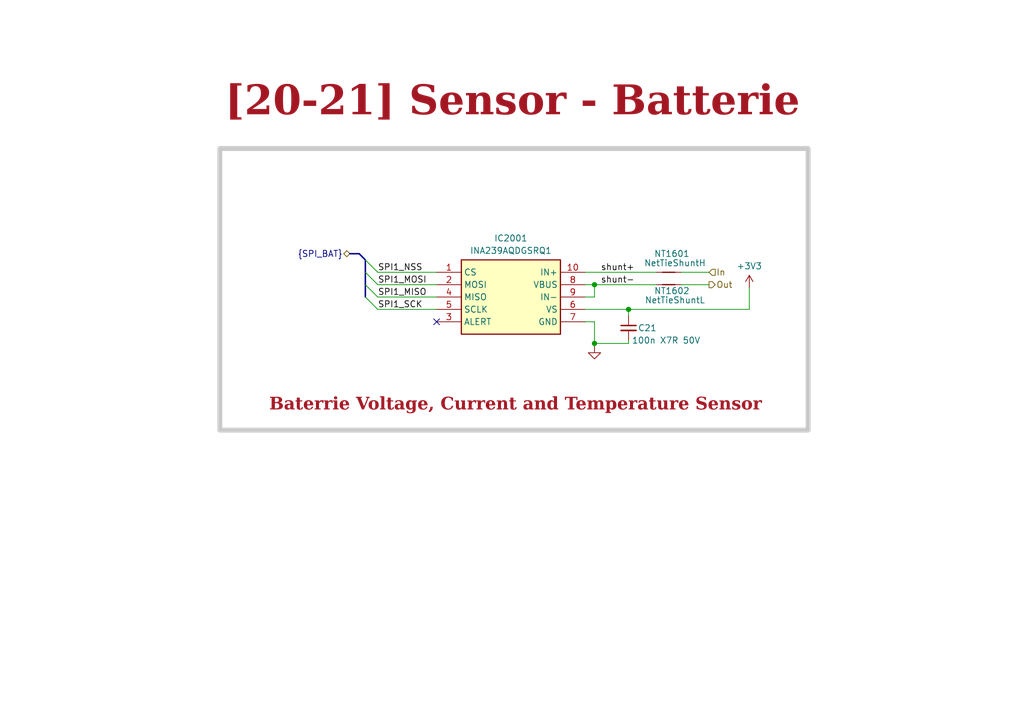
<source format=kicad_sch>
(kicad_sch (version 20230121) (generator eeschema)
  (paper "A5")
  (lib_symbols
    (symbol "Device:C_Small" (pin_numbers hide) (pin_names (offset 0.254) hide)
      (property "Reference" "C" (at 0.254 1.778 0))
      (property "Value" "C_Small" (at 0.254 -2.032 0))
      (symbol "C_Small_0_1"
        (polyline (pts (xy -1.524 -0.508) (xy 1.524 -0.508)) (stroke (width 0.3302)))
        (polyline (pts (xy -1.524 0.508) (xy 1.524 0.508)) (stroke (width 0.3048)))
      )
      (symbol "C_Small_1_1"
        (pin passive line (at 0 2.54 270) (length 2.032) (name "~") (number "1"))
        (pin passive line (at 0 -2.54 90) (length 2.032) (name "~") (number "2"))
      )
    )
    (symbol "Device:NetTie_2" (pin_numbers hide) (pin_names (offset 0) hide) (in_bom no)
      (property "Reference" "NT" (at 0 1.27 0))
      (property "Value" "NetTie_2" (at 0 -1.27 0))
      (symbol "NetTie_2_0_1"
        (polyline (pts (xy -1.27 0) (xy 1.27 0)) (stroke (width 0.254)))
      )
      (symbol "NetTie_2_1_1"
        (pin passive line (at -2.54 0 0) (length 2.54) (name "1") (number "1"))
        (pin passive line (at 2.54 0 180) (length 2.54) (name "2") (number "2"))
      )
    )
    (symbol "INA239AQDGSRQ1:INA239AQDGSRQ1"
      (property "Reference" "IC2001" (at 15.24 6.985 0))
      (property "Value" "INA239AQDGSRQ1" (at 15.24 4.445 0))
      (symbol "INA239AQDGSRQ1_1_1"
        (rectangle (start 5.08 2.54) (end 25.4 -12.7) (stroke (width 0.254)) (fill (type background)))
        (pin passive line (at 0 0 0) (length 5.08) (name "CS") (number "1"))
        (pin passive line (at 30.48 0 180) (length 5.08) (name "IN+") (number "10"))
        (pin passive line (at 0 -2.54 0) (length 5.08) (name "MOSI") (number "2"))
        (pin passive line (at 0 -10.16 0) (length 5.08) (name "ALERT") (number "3"))
        (pin passive line (at 0 -5.08 0) (length 5.08) (name "MISO") (number "4"))
        (pin passive line (at 0 -7.62 0) (length 5.08) (name "SCLK") (number "5"))
        (pin passive line (at 30.48 -7.62 180) (length 5.08) (name "VS") (number "6"))
        (pin passive line (at 30.48 -10.16 180) (length 5.08) (name "GND") (number "7"))
        (pin passive line (at 30.48 -2.54 180) (length 5.08) (name "VBUS") (number "8"))
        (pin passive line (at 30.48 -5.08 180) (length 5.08) (name "IN-") (number "9"))
      )
    )
    (symbol "power:+3V3" (power) (pin_names (offset 0))
      (property "Value" "+3V3" (at 0 3.556 0))
      (symbol "+3V3_0_1"
        (polyline (pts (xy -0.762 1.27) (xy 0 2.54)))
        (polyline (pts (xy 0 0) (xy 0 2.54)))
        (polyline (pts (xy 0 2.54) (xy 0.762 1.27)))
      )
      (symbol "+3V3_1_1"
        (pin power_in line (at 0 0 90) (length 0) hide (name "+3V3") (number "1"))
      )
    )
    (symbol "power:GND" (power) (pin_names (offset 0))
      (property "Value" "GND" (at 0 -3.81 0))
      (symbol "GND_0_1"
        (polyline (pts (xy 0 0) (xy 0 -1.27) (xy 1.27 -1.27) (xy 0 -2.54) (xy -1.27 -1.27) (xy 0 -1.27)))
      )
      (symbol "GND_1_1"
        (pin power_in line (at 0 0 270) (length 0) hide (name "GND") (number "1"))
      )
    )
  )
  (junction (at 128.905 63.5))
  (junction (at 121.92 70.485))
  (junction (at 121.92 58.42))
  (no_connect (at 89.535 66.04))
  (bus_entry (at 74.93 53.34) (size 2.54 2.54))
  (bus_entry (at 74.93 60.96) (size 2.54 2.54))
  (bus_entry (at 74.93 58.42) (size 2.54 2.54))
  (bus_entry (at 74.93 55.88) (size 2.54 2.54))
  (wire (pts (xy 128.905 70.485) (xy 121.92 70.485)))
  (bus (pts (xy 73.66 52.07) (xy 71.755 52.07)))
  (wire (pts (xy 153.67 59.055) (xy 153.67 63.5)))
  (wire (pts (xy 121.92 58.42) (xy 134.62 58.42)))
  (bus (pts (xy 74.93 53.34) (xy 73.66 52.07)))
  (wire (pts (xy 120.015 55.88) (xy 134.62 55.88)))
  (wire (pts (xy 77.47 60.96) (xy 89.535 60.96)))
  (bus (pts (xy 74.93 55.88) (xy 74.93 58.42)))
  (wire (pts (xy 120.015 63.5) (xy 128.905 63.5)))
  (wire (pts (xy 77.47 58.42) (xy 89.535 58.42)))
  (wire (pts (xy 121.92 70.485) (xy 121.92 71.12)))
  (wire (pts (xy 77.47 55.88) (xy 89.535 55.88)))
  (wire (pts (xy 120.015 60.96) (xy 121.92 60.96)))
  (wire (pts (xy 120.015 58.42) (xy 121.92 58.42)))
  (wire (pts (xy 139.7 58.42) (xy 145.415 58.42)))
  (bus (pts (xy 74.93 58.42) (xy 74.93 60.96)))
  (wire (pts (xy 128.905 63.5) (xy 153.67 63.5)))
  (wire (pts (xy 128.905 63.5) (xy 128.905 64.77)))
  (bus (pts (xy 74.93 53.34) (xy 74.93 55.88)))
  (wire (pts (xy 128.905 69.85) (xy 128.905 70.485)))
  (wire (pts (xy 120.015 66.04) (xy 121.92 66.04)))
  (wire (pts (xy 77.47 63.5) (xy 89.535 63.5)))
  (wire (pts (xy 121.92 66.04) (xy 121.92 70.485)))
  (wire (pts (xy 121.92 58.42) (xy 121.92 60.96)))
  (wire (pts (xy 139.7 55.88) (xy 145.415 55.88)))
  (rectangle (start 45.085 30.48) (end 165.735 88.265) (stroke (width 1) (color 200 200 200 1)))
  (text_box "Baterrie Voltage, Current and Temperature Sensor" (at 20.32 78.74 0) (size 170.815 7.62) (stroke (width -0.0001)) (effects (font (size 2.54 2.54) (thickness 0.508) bold) (justify bottom)))
  (text_box "[20-21] Sensor - Batterie" (at 12.065 14.605 0) (size 186.055 12.7) (stroke (width -0.0001)) (effects (font (size 6 6) (thickness 1.2) bold)))
  (label "shunt+" (at 123.19 55.88 0))
  (label "SPI1_NSS" (at 77.47 55.88 0))
  (label "SPI1_SCK" (at 77.47 63.5 0))
  (label "shunt-" (at 123.19 58.42 0))
  (label "SPI1_MOSI" (at 77.47 58.42 0))
  (label "SPI1_MISO" (at 77.47 60.96 0))
  (hierarchical_label "{SPI_BAT}" (shape bidirectional) (at 71.755 52.07 180))
  (hierarchical_label "In" (shape input) (at 145.415 55.88 0))
  (hierarchical_label "Out" (shape output) (at 145.415 58.42 0))
  (symbol (lib_id "INA239AQDGSRQ1:INA239AQDGSRQ1") (at 89.535 55.88 0) (unit 1)
    (property "Reference" "IC2001" (at 104.775 48.895 0))
    (property "Value" "INA239AQDGSRQ1" (at 104.775 51.435 0))
    (property "Footprint" "0_diode_smd:SOP50P490X110-10N" (effects hide))
    (property "Datasheet" "https://www.ti.com/lit/ds/symlink/ina239-q1.pdf?ts=1649085907566&ref_url=https%253A%252F%252Fwww.ti.com%252Fproduct%252FINA239-Q1" (effects hide))
    (property "Height" "1.1" (effects hide))
    (property "Mouser Part Number" "595-INA239AQDGSRQ1" (effects hide))
    (property "Mouser Price/Stock" "https://www.mouser.co.uk/ProductDetail/Texas-Instruments/INA239AQDGSRQ1?qs=QNEnbhJQKva5RO79sS938A%3D%3D" (effects hide))
    (property "Manufacturer_Name" "Texas Instruments" (effects hide))
    (property "Manufacturer_Part_Number" "INA239AQDGSRQ1" (effects hide))
  )
  (symbol (lib_id "Device:NetTie_2") (at 137.16 58.42 0) (unit 1) (in_bom no)
    (property "Reference" "NT1602" (at 137.795 59.69 0))
    (property "Value" "NetTieShuntL" (at 138.43 61.595 0))
    (property "Footprint" "0_net_tie:NetTie-2_SMD_Pad0.2mm" (effects hide))
  )
  (symbol (lib_id "power:GND") (at 121.92 71.12 0) (unit 1)
    (property "Reference" "#PWR02001" (effects hide))
    (property "Value" "GND" (effects hide))
  )
  (symbol (lib_id "power:+3V3") (at 153.67 59.055 0) (unit 1)
    (property "Reference" "#PWR02002" (effects hide))
    (property "Value" "+3V3" (at 153.67 54.61 0))
  )
  (symbol (lib_id "Device:NetTie_2") (at 137.16 55.88 0) (unit 1) (in_bom no)
    (property "Reference" "NT1601" (at 137.795 52.07 0))
    (property "Value" "NetTieShuntH" (at 138.43 53.975 0))
    (property "Footprint" "0_net_tie:NetTie-2_SMD_Pad0.2mm" (effects hide))
  )
  (symbol (lib_id "Device:C_Small") (at 128.905 67.31 0) (unit 1)
    (property "Reference" "C21" (at 130.81 67.31 0) (effects (justify left)))
    (property "Value" "100n X7R 50V" (at 129.54 69.85 0) (effects (justify left)))
    (property "Footprint" "0_capacitor_smd:C_0402_1005_DensityHigh" (effects hide))
    (property "Datasheet" "https://search.murata.co.jp/Ceramy/image/img/A01X/G101/ENG/GCM155R71H104KE02-01.pdf" (effects hide))
    (property "Description" "0.1 µF ±10% 50V Ceramic Capacitor X7R 0402 (1005 Metric)" (effects hide))
    (property "Manufacturer" "Murata Electronics" (effects hide))
    (property "Manufacturer Part Number" "GCM155R71H104KE02J" (effects hide))
    (property "Supplier 1" "Digikey" (effects hide))
    (property "Supplier Part Number 1" "490-14514-1-ND" (effects hide))
    (instances (project "smps_legged_robot" (path "" (reference "C21") (unit 1)) (path "" (reference "C2001") (unit 1))))
  )
)
</source>
